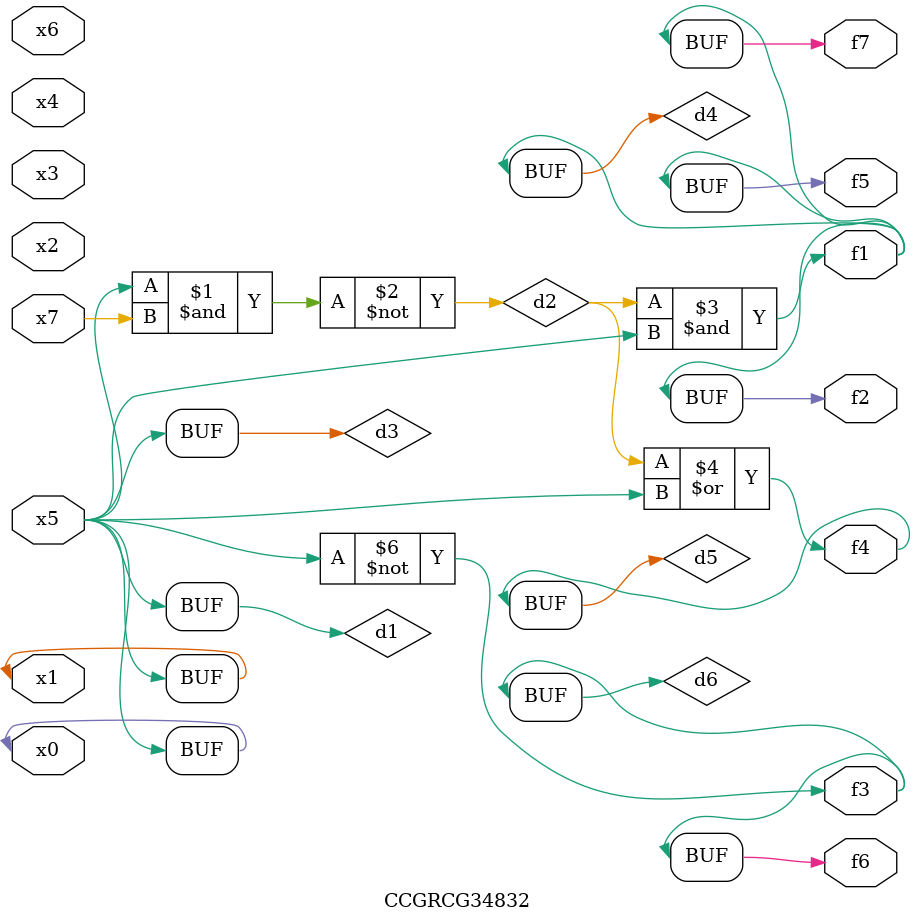
<source format=v>
module CCGRCG34832(
	input x0, x1, x2, x3, x4, x5, x6, x7,
	output f1, f2, f3, f4, f5, f6, f7
);

	wire d1, d2, d3, d4, d5, d6;

	buf (d1, x0, x5);
	nand (d2, x5, x7);
	buf (d3, x0, x1);
	and (d4, d2, d3);
	or (d5, d2, d3);
	nor (d6, d1, d3);
	assign f1 = d4;
	assign f2 = d4;
	assign f3 = d6;
	assign f4 = d5;
	assign f5 = d4;
	assign f6 = d6;
	assign f7 = d4;
endmodule

</source>
